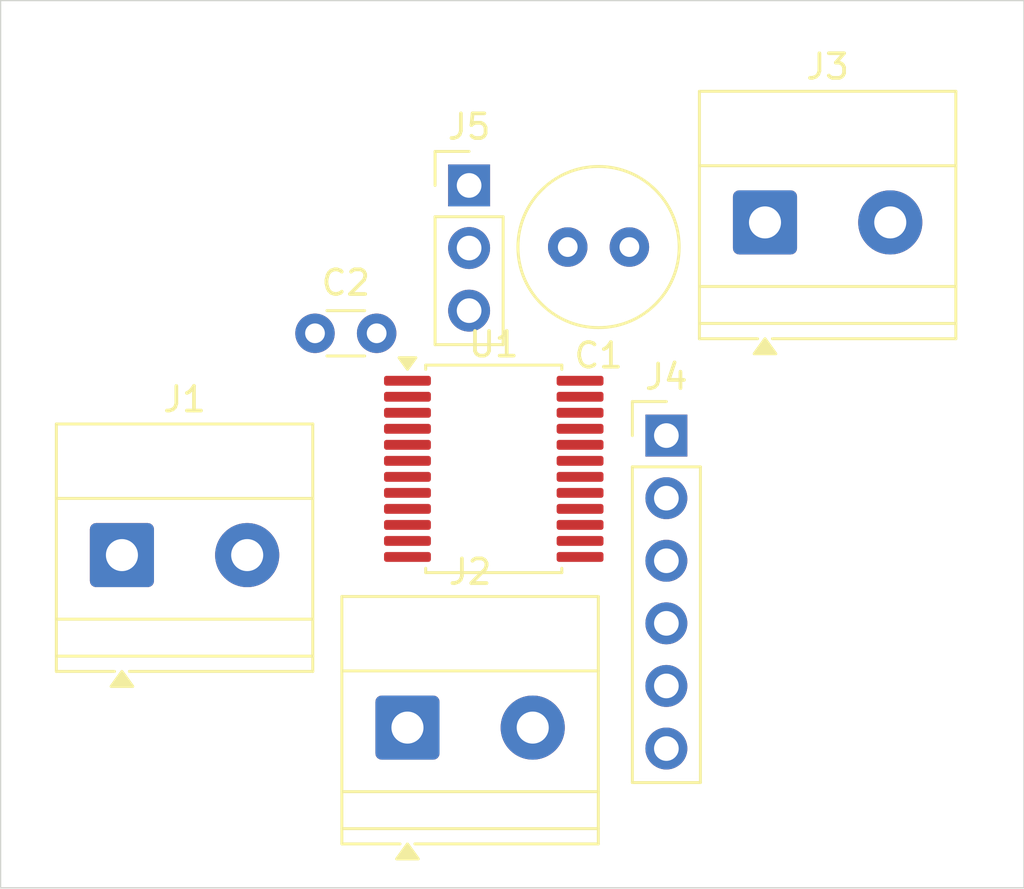
<source format=kicad_pcb>
(kicad_pcb (version 20241229) (generator "pcbnew") (generator_version "9.0")
  (layers (0 "F.Cu" signal) (2 "B.Cu" signal) (13 "F.Paste" user) (15 "B.Paste" user) (5 "F.SilkS" user "F.Silkscreen") (7 "B.SilkS" user "B.Silkscreen") (1 "F.Mask" user) (3 "B.Mask" user) (25 "Edge.Cuts" user))
  (net 0 "")
  (net 1 "Net-(J3-Pin_1)")
  (net 2 "GND")
  (net 3 "Net-(J5-Pin_1)")
  (net 4 "Net-(J1-Pin_2)")
  (net 5 "Net-(J1-Pin_1)")
  (net 6 "Net-(J2-Pin_2)")
  (net 7 "Net-(J2-Pin_1)")
  (net 8 "Net-(J4-Pin_5)")
  (net 9 "Net-(J4-Pin_1)")
  (net 10 "Net-(J4-Pin_6)")
  (net 11 "Net-(J4-Pin_3)")
  (net 12 "Net-(J4-Pin_4)")
  (net 13 "Net-(J4-Pin_2)")
  (net 15 "Net-(U1-AO2-Pad5)")
  (footprint "Capacitor_THT:C_Disc_D3.0mm_W1.6mm_P2.50mm" (layer "F.Cu") (at 147.75 63.5)
    (property "Reference" "C2" (at 1.25 -2.05 0) (layer "F.SilkS"))
    (property "Value" "0.1uF")
    (fp_line (start 0.485 -0.92) (end 2.015 -0.92) (stroke (width 0.12)) (layer "F.SilkS"))
    (fp_line (start 2.015 0.92) (end 0.485 0.92) (stroke (width 0.12)) (layer "F.SilkS"))
    (pad "1" thru_hole circle (at 0 0) (size 1.6 1.6) (drill 0.8) (layers "*.Cu" "*.Mask") (net 3 "Net-(J5-Pin_1)"))
    (pad "2" thru_hole circle (at 2.5 0) (size 1.6 1.6) (drill 0.8) (layers "*.Cu" "*.Mask") (net 2 "GND"))
  )
  (footprint "Capacitor_THT:C_Radial_D6.3mm_H7.0mm_P2.50mm" (layer "F.Cu") (at 160.5 60 180)
    (property "Reference" "C1" (at 1.25 -4.4 0) (layer "F.SilkS"))
    (property "Value" "10uF")
    (fp_circle (center 1.25 0) (end 4.52 0) (stroke (width 0.12)) (fill no) (layer "F.SilkS"))
    (pad "1" thru_hole circle (at 0 0 180) (size 1.6 1.6) (drill 0.8) (layers "*.Cu" "*.Mask") (net 1 "Net-(J3-Pin_1)"))
    (pad "2" thru_hole circle (at 2.5 0 180) (size 1.6 1.6) (drill 0.8) (layers "*.Cu" "*.Mask") (net 2 "GND"))
  )
  (footprint "TerminalBlock_Phoenix:TerminalBlock_Phoenix_MKDS-1,5-2-5.08_1x02_P5.08mm_Horizontal" (layer "F.Cu") (at 151.5 79.5)
    (property "Reference" "J2" (at 2.54 -6.32 0) (layer "F.SilkS"))
    (property "Value" "Conn_01x02_Pin")
    (fp_line (start -2.66 -5.32) (end 7.74 -5.32) (stroke (width 0.12)) (layer "F.SilkS"))
    (fp_line (start -2.66 -2.3) (end 7.74 -2.3) (stroke (width 0.12)) (layer "F.SilkS"))
    (fp_line (start -2.66 2.6) (end 7.74 2.6) (stroke (width 0.12)) (layer "F.SilkS"))
    (fp_line (start -2.66 4.1) (end 7.74 4.1) (stroke (width 0.12)) (layer "F.SilkS"))
    (fp_line (start -2.66 4.72) (end -2.66 -5.32) (stroke (width 0.12)) (layer "F.SilkS"))
    (fp_line (start -0.3 4.72) (end -2.66 4.72) (stroke (width 0.12)) (layer "F.SilkS"))
    (fp_line (start 7.74 -5.32) (end 7.74 4.72) (stroke (width 0.12)) (layer "F.SilkS"))
    (fp_line (start 7.74 4.72) (end 0.3 4.72) (stroke (width 0.12)) (layer "F.SilkS"))
    (fp_poly (pts (xy 0 4.72) (xy 0.44 5.33) (xy -0.44 5.33)) (stroke (width 0.12)) (fill yes) (layer "F.SilkS"))
    (pad "1" thru_hole roundrect (at 0 0) (size 2.6 2.6) (drill 1.3) (layers "*.Cu" "*.Mask") (roundrect_rratio 0.096154) (net 7 "Net-(J2-Pin_1)"))
    (pad "2" thru_hole circle (at 5.08 0) (size 2.6 2.6) (drill 1.3) (layers "*.Cu" "*.Mask") (net 6 "Net-(J2-Pin_2)"))
  )
  (footprint "Connector_PinHeader_2.54mm:PinHeader_1x03_P2.54mm_Vertical" (layer "F.Cu") (at 154 57.5)
    (property "Reference" "J5" (at 0 -2.38 0) (layer "F.SilkS"))
    (property "Value" "Conn_01x03_Pin")
    (fp_line (start -1.38 -1.38) (end 0 -1.38) (stroke (width 0.12)) (layer "F.SilkS"))
    (fp_line (start -1.38 0) (end -1.38 -1.38) (stroke (width 0.12)) (layer "F.SilkS"))
    (fp_line (start -1.38 1.27) (end -1.38 6.46) (stroke (width 0.12)) (layer "F.SilkS"))
    (fp_line (start -1.38 1.27) (end 1.38 1.27) (stroke (width 0.12)) (layer "F.SilkS"))
    (fp_line (start -1.38 6.46) (end 1.38 6.46) (stroke (width 0.12)) (layer "F.SilkS"))
    (fp_line (start 1.38 1.27) (end 1.38 6.46) (stroke (width 0.12)) (layer "F.SilkS"))
    (pad "1" thru_hole rect (at 0 0) (size 1.7 1.7) (drill 1) (layers "*.Cu" "*.Mask") (net 3 "Net-(J5-Pin_1)"))
    (pad "2" thru_hole circle (at 0 2.54) (size 1.7 1.7) (drill 1) (layers "*.Cu" "*.Mask") (net 2 "GND"))
    (pad "3" thru_hole circle (at 0 5.08) (size 1.7 1.7) (drill 1) (layers "*.Cu" "*.Mask"))
  )
  (footprint "TerminalBlock_Phoenix:TerminalBlock_Phoenix_MKDS-1,5-2-5.08_1x02_P5.08mm_Horizontal" (layer "F.Cu") (at 166 59)
    (property "Reference" "J3" (at 2.54 -6.32 0) (layer "F.SilkS"))
    (property "Value" "Conn_01x02_Pin")
    (fp_line (start -2.66 -5.32) (end 7.74 -5.32) (stroke (width 0.12)) (layer "F.SilkS"))
    (fp_line (start -2.66 -2.3) (end 7.74 -2.3) (stroke (width 0.12)) (layer "F.SilkS"))
    (fp_line (start -2.66 2.6) (end 7.74 2.6) (stroke (width 0.12)) (layer "F.SilkS"))
    (fp_line (start -2.66 4.1) (end 7.74 4.1) (stroke (width 0.12)) (layer "F.SilkS"))
    (fp_line (start -2.66 4.72) (end -2.66 -5.32) (stroke (width 0.12)) (layer "F.SilkS"))
    (fp_line (start -0.3 4.72) (end -2.66 4.72) (stroke (width 0.12)) (layer "F.SilkS"))
    (fp_line (start 7.74 -5.32) (end 7.74 4.72) (stroke (width 0.12)) (layer "F.SilkS"))
    (fp_line (start 7.74 4.72) (end 0.3 4.72) (stroke (width 0.12)) (layer "F.SilkS"))
    (fp_poly (pts (xy 0 4.72) (xy 0.44 5.33) (xy -0.44 5.33)) (stroke (width 0.12)) (fill yes) (layer "F.SilkS"))
    (pad "1" thru_hole roundrect (at 0 0) (size 2.6 2.6) (drill 1.3) (layers "*.Cu" "*.Mask") (roundrect_rratio 0.096154) (net 1 "Net-(J3-Pin_1)"))
    (pad "2" thru_hole circle (at 5.08 0) (size 2.6 2.6) (drill 1.3) (layers "*.Cu" "*.Mask") (net 2 "GND"))
  )
  (footprint "TerminalBlock_Phoenix:TerminalBlock_Phoenix_MKDS-1,5-2-5.08_1x02_P5.08mm_Horizontal" (layer "F.Cu") (at 139.92 72.5)
    (property "Reference" "J1" (at 2.54 -6.32 0) (layer "F.SilkS"))
    (property "Value" "Conn_01x02_Pin")
    (fp_line (start -2.66 -5.32) (end 7.74 -5.32) (stroke (width 0.12)) (layer "F.SilkS"))
    (fp_line (start -2.66 -2.3) (end 7.74 -2.3) (stroke (width 0.12)) (layer "F.SilkS"))
    (fp_line (start -2.66 2.6) (end 7.74 2.6) (stroke (width 0.12)) (layer "F.SilkS"))
    (fp_line (start -2.66 4.1) (end 7.74 4.1) (stroke (width 0.12)) (layer "F.SilkS"))
    (fp_line (start -2.66 4.72) (end -2.66 -5.32) (stroke (width 0.12)) (layer "F.SilkS"))
    (fp_line (start -0.3 4.72) (end -2.66 4.72) (stroke (width 0.12)) (layer "F.SilkS"))
    (fp_line (start 7.74 -5.32) (end 7.74 4.72) (stroke (width 0.12)) (layer "F.SilkS"))
    (fp_line (start 7.74 4.72) (end 0.3 4.72) (stroke (width 0.12)) (layer "F.SilkS"))
    (fp_poly (pts (xy 0 4.72) (xy 0.44 5.33) (xy -0.44 5.33)) (stroke (width 0.12)) (fill yes) (layer "F.SilkS"))
    (pad "1" thru_hole roundrect (at 0 0) (size 2.6 2.6) (drill 1.3) (layers "*.Cu" "*.Mask") (roundrect_rratio 0.096154) (net 5 "Net-(J1-Pin_1)"))
    (pad "2" thru_hole circle (at 5.08 0) (size 2.6 2.6) (drill 1.3) (layers "*.Cu" "*.Mask") (net 4 "Net-(J1-Pin_2)"))
  )
  (footprint "Connector_PinHeader_2.54mm:PinHeader_1x06_P2.54mm_Vertical" (layer "F.Cu") (at 162 67.65)
    (property "Reference" "J4" (at 0 -2.38 0) (layer "F.SilkS"))
    (property "Value" "Conn_01x06_Pin")
    (fp_line (start -1.38 -1.38) (end 0 -1.38) (stroke (width 0.12)) (layer "F.SilkS"))
    (fp_line (start -1.38 0) (end -1.38 -1.38) (stroke (width 0.12)) (layer "F.SilkS"))
    (fp_line (start -1.38 1.27) (end -1.38 14.08) (stroke (width 0.12)) (layer "F.SilkS"))
    (fp_line (start -1.38 1.27) (end 1.38 1.27) (stroke (width 0.12)) (layer "F.SilkS"))
    (fp_line (start -1.38 14.08) (end 1.38 14.08) (stroke (width 0.12)) (layer "F.SilkS"))
    (fp_line (start 1.38 1.27) (end 1.38 14.08) (stroke (width 0.12)) (layer "F.SilkS"))
    (pad "1" thru_hole rect (at 0 0) (size 1.7 1.7) (drill 1) (layers "*.Cu" "*.Mask") (net 9 "Net-(J4-Pin_1)"))
    (pad "2" thru_hole circle (at 0 2.54) (size 1.7 1.7) (drill 1) (layers "*.Cu" "*.Mask") (net 13 "Net-(J4-Pin_2)"))
    (pad "3" thru_hole circle (at 0 5.08) (size 1.7 1.7) (drill 1) (layers "*.Cu" "*.Mask") (net 11 "Net-(J4-Pin_3)"))
    (pad "4" thru_hole circle (at 0 7.62) (size 1.7 1.7) (drill 1) (layers "*.Cu" "*.Mask") (net 12 "Net-(J4-Pin_4)"))
    (pad "5" thru_hole circle (at 0 10.16) (size 1.7 1.7) (drill 1) (layers "*.Cu" "*.Mask") (net 8 "Net-(J4-Pin_5)"))
    (pad "6" thru_hole circle (at 0 12.7) (size 1.7 1.7) (drill 1) (layers "*.Cu" "*.Mask") (net 10 "Net-(J4-Pin_6)"))
  )
  (footprint "Package_SO:SSOP-24_5.3x8.2mm_P0.65mm" (layer "F.Cu") (at 155 69)
    (property "Reference" "U1" (at 0 -5.05 0) (layer "F.SilkS"))
    (property "Value" "TB6612FNG")
    (fp_line (start -2.76 -4.21) (end 2.76 -4.21) (stroke (width 0.12)) (layer "F.SilkS"))
    (fp_line (start -2.76 -4.035) (end -2.76 -4.21) (stroke (width 0.12)) (layer "F.SilkS"))
    (fp_line (start -2.76 4.21) (end -2.76 4.035) (stroke (width 0.12)) (layer "F.SilkS"))
    (fp_line (start 2.76 -4.21) (end 2.76 -4.035) (stroke (width 0.12)) (layer "F.SilkS"))
    (fp_line (start 2.76 4.035) (end 2.76 4.21) (stroke (width 0.12)) (layer "F.SilkS"))
    (fp_line (start 2.76 4.21) (end -2.76 4.21) (stroke (width 0.12)) (layer "F.SilkS"))
    (fp_poly (pts (xy -3.5 -4.04) (xy -3.84 -4.51) (xy -3.16 -4.51)) (stroke (width 0.12)) (fill yes) (layer "F.SilkS"))
    (pad "1" smd roundrect (at -3.5 -3.575) (size 1.9 0.4) (layers "F.Cu" "F.Mask" "F.Paste") (net 5 "Net-(J1-Pin_1)"))
    (pad "2" smd roundrect (at -3.5 -2.925) (size 1.9 0.4) (layers "F.Cu" "F.Mask" "F.Paste") (net 5 "Net-(J1-Pin_1)"))
    (pad "3" smd roundrect (at -3.5 -2.275) (size 1.9 0.4) (layers "F.Cu" "F.Mask" "F.Paste") (net 2 "GND"))
    (pad "4" smd roundrect (at -3.5 -1.625) (size 1.9 0.4) (layers "F.Cu" "F.Mask" "F.Paste") (net 2 "GND"))
    (pad "5" smd roundrect (at -3.5 -0.975) (size 1.9 0.4) (layers "F.Cu" "F.Mask" "F.Paste") (net 15 "Net-(U1-AO2-Pad5)"))
    (pad "6" smd roundrect (at -3.5 -0.325) (size 1.9 0.4) (layers "F.Cu" "F.Mask" "F.Paste") (net 15 "Net-(U1-AO2-Pad5)"))
    (pad "7" smd roundrect (at -3.5 0.325) (size 1.9 0.4) (layers "F.Cu" "F.Mask" "F.Paste") (net 6 "Net-(J2-Pin_2)"))
    (pad "8" smd roundrect (at -3.5 0.975) (size 1.9 0.4) (layers "F.Cu" "F.Mask" "F.Paste") (net 6 "Net-(J2-Pin_2)"))
    (pad "9" smd roundrect (at -3.5 1.625) (size 1.9 0.4) (layers "F.Cu" "F.Mask" "F.Paste") (net 2 "GND"))
    (pad "10" smd roundrect (at -3.5 2.275) (size 1.9 0.4) (layers "F.Cu" "F.Mask" "F.Paste") (net 2 "GND"))
    (pad "11" smd roundrect (at -3.5 2.925) (size 1.9 0.4) (layers "F.Cu" "F.Mask" "F.Paste") (net 7 "Net-(J2-Pin_1)"))
    (pad "12" smd roundrect (at -3.5 3.575) (size 1.9 0.4) (layers "F.Cu" "F.Mask" "F.Paste") (net 7 "Net-(J2-Pin_1)"))
    (pad "13" smd roundrect (at 3.5 3.575) (size 1.9 0.4) (layers "F.Cu" "F.Mask" "F.Paste") (net 1 "Net-(J3-Pin_1)"))
    (pad "14" smd roundrect (at 3.5 2.925) (size 1.9 0.4) (layers "F.Cu" "F.Mask" "F.Paste") (net 1 "Net-(J3-Pin_1)"))
    (pad "15" smd roundrect (at 3.5 2.275) (size 1.9 0.4) (layers "F.Cu" "F.Mask" "F.Paste") (net 12 "Net-(J4-Pin_4)"))
    (pad "16" smd roundrect (at 3.5 1.625) (size 1.9 0.4) (layers "F.Cu" "F.Mask" "F.Paste") (net 10 "Net-(J4-Pin_6)"))
    (pad "17" smd roundrect (at 3.5 0.975) (size 1.9 0.4) (layers "F.Cu" "F.Mask" "F.Paste") (net 8 "Net-(J4-Pin_5)"))
    (pad "18" smd roundrect (at 3.5 0.325) (size 1.9 0.4) (layers "F.Cu" "F.Mask" "F.Paste") (net 2 "GND"))
    (pad "19" smd roundrect (at 3.5 -0.325) (size 1.9 0.4) (layers "F.Cu" "F.Mask" "F.Paste") (net 3 "Net-(J5-Pin_1)"))
    (pad "20" smd roundrect (at 3.5 -0.975) (size 1.9 0.4) (layers "F.Cu" "F.Mask" "F.Paste") (net 3 "Net-(J5-Pin_1)"))
    (pad "21" smd roundrect (at 3.5 -1.625) (size 1.9 0.4) (layers "F.Cu" "F.Mask" "F.Paste") (net 13 "Net-(J4-Pin_2)"))
    (pad "22" smd roundrect (at 3.5 -2.275) (size 1.9 0.4) (layers "F.Cu" "F.Mask" "F.Paste") (net 11 "Net-(J4-Pin_3)"))
    (pad "23" smd roundrect (at 3.5 -2.925) (size 1.9 0.4) (layers "F.Cu" "F.Mask" "F.Paste") (net 9 "Net-(J4-Pin_1)"))
    (pad "24" smd roundrect (at 3.5 -3.575) (size 1.9 0.4) (layers "F.Cu" "F.Mask" "F.Paste") (net 1 "Net-(J3-Pin_1)"))
  )
  (gr_line (start 135 86) (end 135 50) (stroke (width 0.05)) (layer "Edge.Cuts"))
  (gr_line (start 135 50) (end 176.5 50) (stroke (width 0.05)) (layer "Edge.Cuts"))
  (gr_line (start 176.5 86) (end 135 86) (stroke (width 0.05)) (layer "Edge.Cuts"))
  (gr_line (start 176.5 50) (end 176.5 86) (stroke (width 0.05)) (layer "Edge.Cuts"))
)
</source>
